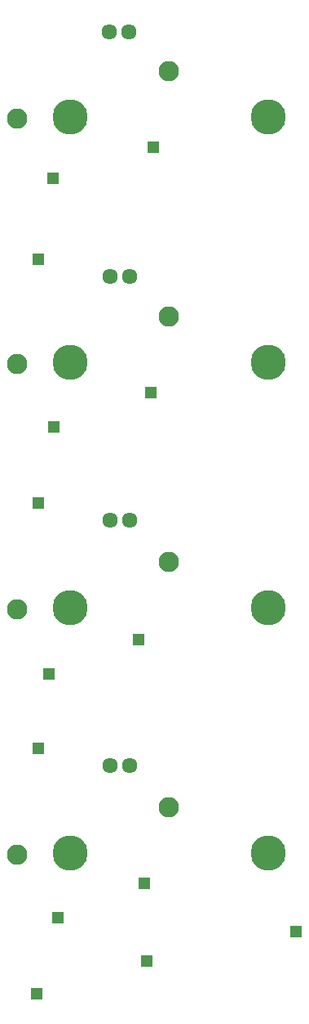
<source format=gbs>
G75*
%MOIN*%
%OFA0B0*%
%FSLAX25Y25*%
%IPPOS*%
%LPD*%
%AMOC8*
5,1,8,0,0,1.08239X$1,22.5*
%
%ADD10C,0.05543*%
%ADD11C,0.06343*%
%ADD12C,0.14383*%
%ADD13C,0.07500*%
%ADD14C,0.08300*%
%ADD15R,0.03962X0.03962*%
%ADD16R,0.04762X0.04762*%
D10*
X0056063Y0310000D03*
X0063937Y0310000D03*
X0056063Y0110500D03*
X0063937Y0110500D03*
X0056063Y0210500D03*
X0063937Y0210500D03*
X0055563Y0409500D03*
X0063437Y0409500D03*
D11*
X0056063Y0310000D03*
X0063937Y0310000D03*
X0056063Y0110500D03*
X0063937Y0110500D03*
X0056063Y0210500D03*
X0063937Y0210500D03*
X0055563Y0409500D03*
X0063437Y0409500D03*
D12*
X0120551Y0275000D03*
X0039449Y0275000D03*
X0120551Y0075000D03*
X0039449Y0075000D03*
X0120551Y0175000D03*
X0039449Y0175000D03*
X0120551Y0375000D03*
X0039449Y0375000D03*
D13*
X0080000Y0293504D03*
X0018071Y0274213D03*
X0080000Y0093504D03*
X0018071Y0074213D03*
X0080000Y0193504D03*
X0018071Y0174213D03*
X0080000Y0393504D03*
X0018071Y0374213D03*
D14*
X0080000Y0293504D03*
X0018071Y0274213D03*
X0080000Y0093504D03*
X0018071Y0074213D03*
X0080000Y0193504D03*
X0018071Y0174213D03*
X0080000Y0393504D03*
X0018071Y0374213D03*
D15*
X0026000Y0017500D03*
X0026500Y0117500D03*
X0026500Y0217500D03*
X0026500Y0317000D03*
X0071000Y0031000D03*
X0132000Y0043000D03*
X0034500Y0048500D03*
X0067500Y0162000D03*
X0070000Y0062500D03*
X0072500Y0262500D03*
X0031000Y0148000D03*
X0033000Y0248500D03*
X0073500Y0362500D03*
X0032500Y0350000D03*
D16*
X0026000Y0017500D03*
X0026500Y0117500D03*
X0026500Y0217500D03*
X0026500Y0317000D03*
X0071000Y0031000D03*
X0132000Y0043000D03*
X0034500Y0048500D03*
X0067500Y0162000D03*
X0070000Y0062500D03*
X0072500Y0262500D03*
X0031000Y0148000D03*
X0033000Y0248500D03*
X0073500Y0362500D03*
X0032500Y0350000D03*
M02*

</source>
